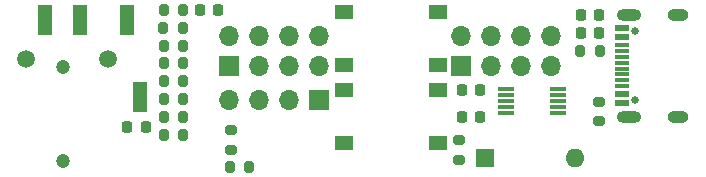
<source format=gts>
%TF.GenerationSoftware,KiCad,Pcbnew,7.0.1*%
%TF.CreationDate,2023-07-08T21:15:05-04:00*%
%TF.ProjectId,cdm324_exp,63646d33-3234-45f6-9578-702e6b696361,rev?*%
%TF.SameCoordinates,Original*%
%TF.FileFunction,Soldermask,Top*%
%TF.FilePolarity,Negative*%
%FSLAX46Y46*%
G04 Gerber Fmt 4.6, Leading zero omitted, Abs format (unit mm)*
G04 Created by KiCad (PCBNEW 7.0.1) date 2023-07-08 21:15:05*
%MOMM*%
%LPD*%
G01*
G04 APERTURE LIST*
G04 Aperture macros list*
%AMRoundRect*
0 Rectangle with rounded corners*
0 $1 Rounding radius*
0 $2 $3 $4 $5 $6 $7 $8 $9 X,Y pos of 4 corners*
0 Add a 4 corners polygon primitive as box body*
4,1,4,$2,$3,$4,$5,$6,$7,$8,$9,$2,$3,0*
0 Add four circle primitives for the rounded corners*
1,1,$1+$1,$2,$3*
1,1,$1+$1,$4,$5*
1,1,$1+$1,$6,$7*
1,1,$1+$1,$8,$9*
0 Add four rect primitives between the rounded corners*
20,1,$1+$1,$2,$3,$4,$5,0*
20,1,$1+$1,$4,$5,$6,$7,0*
20,1,$1+$1,$6,$7,$8,$9,0*
20,1,$1+$1,$8,$9,$2,$3,0*%
G04 Aperture macros list end*
%ADD10R,1.700000X1.700000*%
%ADD11O,1.700000X1.700000*%
%ADD12R,1.400000X0.300000*%
%ADD13RoundRect,0.200000X-0.275000X0.200000X-0.275000X-0.200000X0.275000X-0.200000X0.275000X0.200000X0*%
%ADD14RoundRect,0.218750X0.218750X0.256250X-0.218750X0.256250X-0.218750X-0.256250X0.218750X-0.256250X0*%
%ADD15RoundRect,0.200000X-0.200000X-0.275000X0.200000X-0.275000X0.200000X0.275000X-0.200000X0.275000X0*%
%ADD16RoundRect,0.225000X0.225000X0.250000X-0.225000X0.250000X-0.225000X-0.250000X0.225000X-0.250000X0*%
%ADD17C,1.500000*%
%ADD18R,1.200000X2.500000*%
%ADD19R,1.550000X1.300000*%
%ADD20RoundRect,0.200000X0.200000X0.275000X-0.200000X0.275000X-0.200000X-0.275000X0.200000X-0.275000X0*%
%ADD21RoundRect,0.225000X-0.225000X-0.250000X0.225000X-0.250000X0.225000X0.250000X-0.225000X0.250000X0*%
%ADD22RoundRect,0.200000X0.275000X-0.200000X0.275000X0.200000X-0.275000X0.200000X-0.275000X-0.200000X0*%
%ADD23R,1.600000X1.600000*%
%ADD24O,1.600000X1.600000*%
%ADD25C,0.650000*%
%ADD26R,1.240000X0.600000*%
%ADD27R,1.240000X0.300000*%
%ADD28O,2.100000X1.000000*%
%ADD29O,1.800000X1.000000*%
%ADD30C,1.200000*%
G04 APERTURE END LIST*
D10*
%TO.C,J6*%
X107600000Y-102900000D03*
D11*
X105060000Y-102900000D03*
X102520000Y-102900000D03*
X99980000Y-102900000D03*
%TD*%
D12*
%TO.C,U1*%
X127900000Y-104000000D03*
X127900000Y-103500000D03*
X127900000Y-103000000D03*
X127900000Y-102500000D03*
X127900000Y-102000000D03*
X123500000Y-102000000D03*
X123500000Y-102500000D03*
X123500000Y-103000000D03*
X123500000Y-103500000D03*
X123500000Y-104000000D03*
%TD*%
D13*
%TO.C,R2*%
X131350000Y-103075000D03*
X131350000Y-104725000D03*
%TD*%
D14*
%TO.C,FB1*%
X131387500Y-95700000D03*
X129812500Y-95700000D03*
%TD*%
D15*
%TO.C,R4*%
X94450000Y-96800000D03*
X96100000Y-96800000D03*
%TD*%
D16*
%TO.C,C3*%
X121275000Y-102100000D03*
X119725000Y-102100000D03*
%TD*%
D17*
%TO.C,J7*%
X82805000Y-99400000D03*
X89805000Y-99400000D03*
D18*
X87405000Y-96150000D03*
X84405000Y-96150000D03*
X92505000Y-102650000D03*
X91405000Y-96150000D03*
%TD*%
D15*
%TO.C,R5*%
X94475000Y-95300000D03*
X96125000Y-95300000D03*
%TD*%
%TO.C,R11*%
X94475000Y-105850000D03*
X96125000Y-105850000D03*
%TD*%
%TO.C,R9*%
X94475000Y-102800000D03*
X96125000Y-102800000D03*
%TD*%
D13*
%TO.C,R12*%
X100150000Y-105475000D03*
X100150000Y-107125000D03*
%TD*%
D15*
%TO.C,R8*%
X94475000Y-101300000D03*
X96125000Y-101300000D03*
%TD*%
D19*
%TO.C,SW2*%
X117675000Y-99950000D03*
X109725000Y-99950000D03*
X117675000Y-95450000D03*
X109725000Y-95450000D03*
%TD*%
D15*
%TO.C,R10*%
X96125000Y-104350000D03*
X94475000Y-104350000D03*
%TD*%
D20*
%TO.C,R13*%
X101725000Y-108600000D03*
X100075000Y-108600000D03*
%TD*%
D16*
%TO.C,C1*%
X121275000Y-104350000D03*
X119725000Y-104350000D03*
%TD*%
D19*
%TO.C,SW1*%
X117675000Y-106550000D03*
X109725000Y-106550000D03*
X117675000Y-102050000D03*
X109725000Y-102050000D03*
%TD*%
D21*
%TO.C,C4*%
X97575000Y-95300000D03*
X99125000Y-95300000D03*
%TD*%
D22*
%TO.C,R1*%
X119500000Y-107975000D03*
X119500000Y-106325000D03*
%TD*%
D23*
%TO.C,SW3*%
X121682500Y-107850000D03*
D24*
X129302500Y-107850000D03*
%TD*%
D16*
%TO.C,C2*%
X131375000Y-97250000D03*
X129825000Y-97250000D03*
%TD*%
D15*
%TO.C,R7*%
X94475000Y-99800000D03*
X96125000Y-99800000D03*
%TD*%
D20*
%TO.C,R3*%
X131425000Y-98750000D03*
X129775000Y-98750000D03*
%TD*%
D25*
%TO.C,J3*%
X134395000Y-102890000D03*
X134395000Y-97110000D03*
D26*
X133275000Y-103200000D03*
X133275000Y-102400000D03*
D27*
X133275000Y-101250000D03*
X133275000Y-100250000D03*
X133275000Y-99750000D03*
X133275000Y-98750000D03*
D26*
X133275000Y-97600000D03*
X133275000Y-96800000D03*
X133275000Y-96800000D03*
X133275000Y-97600000D03*
D27*
X133275000Y-98250000D03*
X133275000Y-99250000D03*
X133275000Y-100750000D03*
X133275000Y-101750000D03*
D26*
X133275000Y-102400000D03*
X133275000Y-103200000D03*
D28*
X133875000Y-104320000D03*
D29*
X138075000Y-104320000D03*
D28*
X133875000Y-95680000D03*
D29*
X138075000Y-95680000D03*
%TD*%
D20*
%TO.C,R6*%
X96125000Y-98300000D03*
X94475000Y-98300000D03*
%TD*%
D16*
%TO.C,C5*%
X91425000Y-105200000D03*
X92975000Y-105200000D03*
%TD*%
D30*
%TO.C,J5*%
X85950000Y-108100000D03*
X85950000Y-100100000D03*
%TD*%
D10*
%TO.C,J2*%
X119700000Y-100000000D03*
D11*
X119700000Y-97460000D03*
X122240000Y-100000000D03*
X122240000Y-97460000D03*
X124780000Y-100000000D03*
X124780000Y-97460000D03*
X127320000Y-100000000D03*
X127320000Y-97460000D03*
%TD*%
D10*
%TO.C,J1*%
X100000000Y-100000000D03*
D11*
X100000000Y-97460000D03*
X102540000Y-100000000D03*
X102540000Y-97460000D03*
X105080000Y-100000000D03*
X105080000Y-97460000D03*
X107620000Y-100000000D03*
X107620000Y-97460000D03*
%TD*%
M02*

</source>
